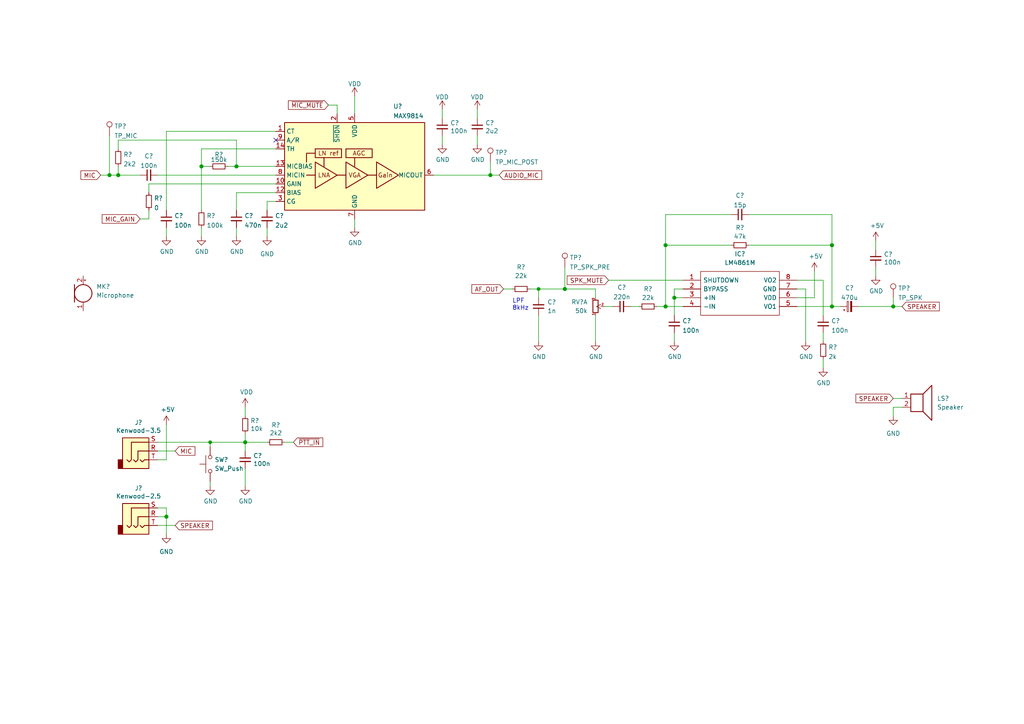
<source format=kicad_sch>
(kicad_sch (version 20211123) (generator eeschema)
  (paper "A4")
  (title_block (title "Mini17 - QRP M17 handheld") (date "2022-07-25") (rev "A") (company "M17 Project"))
  (lib_symbols
    (symbol "Amplifier_Audio:MAX9814"
      (property "Reference" "U" (at -20.32 13.97 0))
      (property "Value" "MAX9814" (at 11.43 13.97 0))
      (symbol "MAX9814_0_0"
        (rectangle (start -11.43 5.08) (end -3.81 2.54) (stroke (width 0.254)))
        (rectangle (start -2.54 5.08) (end 5.08 2.54) (stroke (width 0.254)))
        (polyline (pts (xy -11.43 -2.54) (xy -13.97 -2.54)) (stroke (width 0.254)))
        (polyline (pts (xy -8.89 2.54) (xy -8.89 0)) (stroke (width 0.254)))
        (polyline (pts (xy -2.54 -2.54) (xy -5.08 -2.54)) (stroke (width 0.254)))
        (polyline (pts (xy 0 2.54) (xy 0 0)) (stroke (width 0.254)))
        (polyline (pts (xy 3.81 -2.54) (xy 6.35 -2.54)) (stroke (width 0.254)))
        (polyline (pts (xy -11.43 3.81) (xy -13.97 3.81) (xy -13.97 1.27)) (stroke (width 0.254)))
        (polyline (pts (xy -5.08 -2.54) (xy -11.43 1.27) (xy -11.43 -6.35) (xy -5.08 -2.54)) (stroke (width 0.254)))
        (polyline (pts (xy 3.81 -2.54) (xy -2.54 1.27) (xy -2.54 -6.35) (xy 3.81 -2.54)) (stroke (width 0.254)))
        (polyline (pts (xy 12.7 -2.54) (xy 6.35 1.27) (xy 6.35 -6.35) (xy 12.7 -2.54)) (stroke (width 0.254)))
        (text "AGC" (at 1.27 3.81 0) (effects (font (size 1.27 1.27))))
        (text "Gain" (at 8.89 -2.54 0) (effects (font (size 1.27 1.27))))
        (text "LN ref" (at -7.62 3.81 0) (effects (font (size 1.27 1.27))))
        (text "LNA" (at -8.89 -2.54 0) (effects (font (size 1.27 1.27))))
        (text "VGA" (at 0 -2.54 0) (effects (font (size 1.27 1.27))))
      )
      (symbol "MAX9814_0_1"
        (rectangle (start -20.32 12.7) (end 20.32 -12.7) (stroke (width 0.254)) (fill (type background)))
      )
      (symbol "MAX9814_1_1"
        (pin input line (at -22.86 10.16 0) (length 2.54) (name "CT") (number "1"))
        (pin input line (at -22.86 -5.08 0) (length 2.54) (name "GAIN") (number "10"))
        (pin passive line (at 0 -15.24 90) (length 2.54) hide (name "GND") (number "11"))
        (pin passive line (at -22.86 -7.62 0) (length 2.54) (name "BIAS") (number "12"))
        (pin output line (at -22.86 0 0) (length 2.54) (name "MICBIAS") (number "13"))
        (pin input line (at -22.86 5.08 0) (length 2.54) (name "TH") (number "14"))
        (pin passive line (at 0 -15.24 90) (length 2.54) hide (name "GND") (number "15"))
        (pin input line (at -5.08 15.24 270) (length 2.54) (name "~{SHDN}") (number "2"))
        (pin passive line (at -22.86 -10.16 0) (length 2.54) (name "CG") (number "3"))
        (pin passive line (at 0 -15.24 90) (length 2.54) hide (name "GND") (number "4"))
        (pin power_in line (at 0 15.24 270) (length 2.54) (name "VDD") (number "5"))
        (pin output line (at 22.86 -2.54 180) (length 2.54) (name "MICOUT") (number "6"))
        (pin power_in line (at 0 -15.24 90) (length 2.54) (name "GND") (number "7"))
        (pin input line (at -22.86 -2.54 0) (length 2.54) (name "MICIN") (number "8"))
        (pin input line (at -22.86 7.62 0) (length 2.54) (name "A/R") (number "9"))
      )
    )
    (symbol "Connector:AudioJack3"
      (property "Reference" "J" (at 0 8.89 0))
      (property "Value" "AudioJack3" (at 0 6.35 0))
      (symbol "AudioJack3_0_1"
        (rectangle (start -5.08 -5.08) (end -6.35 -2.54) (stroke (width 0.254)) (fill (type outline)))
        (polyline (pts (xy 0 -2.54) (xy 0.635 -3.175) (xy 1.27 -2.54) (xy 2.54 -2.54)) (stroke (width 0.254)))
        (polyline (pts (xy -1.905 -2.54) (xy -1.27 -3.175) (xy -0.635 -2.54) (xy -0.635 0) (xy 2.54 0)) (stroke (width 0.254)))
        (polyline (pts (xy 2.54 2.54) (xy -2.54 2.54) (xy -2.54 -2.54) (xy -3.175 -3.175) (xy -3.81 -2.54)) (stroke (width 0.254)))
        (rectangle (start 2.54 3.81) (end -5.08 -5.08) (stroke (width 0.254)) (fill (type background)))
      )
      (symbol "AudioJack3_1_1"
        (pin passive line (at 5.08 0 180) (length 2.54) (name "~") (number "R"))
        (pin passive line (at 5.08 2.54 180) (length 2.54) (name "~") (number "S"))
        (pin passive line (at 5.08 -2.54 180) (length 2.54) (name "~") (number "T"))
      )
    )
    (symbol "Connector:TestPoint" (pin_numbers hide) (pin_names (offset 0.762) hide)
      (property "Reference" "TP" (at 0 6.858 0))
      (property "Value" "TestPoint" (at 0 5.08 0))
      (symbol "TestPoint_0_1"
        (circle (center 0 3.302) (radius 0.762))
      )
      (symbol "TestPoint_1_1"
        (pin passive line (at 0 0 90) (length 2.54) (name "1") (number "1"))
      )
    )
    (symbol "Device:Microphone" (pin_names (offset 0.0254) hide)
      (property "Reference" "MK" (at -3.81 1.27 0))
      (property "Value" "Microphone" (at -3.81 -0.635 0))
      (symbol "Microphone_0_1"
        (polyline (pts (xy -2.54 2.54) (xy -2.54 -2.54)) (stroke (width 0.254)))
        (polyline (pts (xy 0.254 3.81) (xy 0.762 3.81)))
        (polyline (pts (xy 0.508 4.064) (xy 0.508 3.556)))
        (circle (center 0 0) (radius 2.54) (stroke (width 0.254)))
      )
      (symbol "Microphone_1_1"
        (pin passive line (at 0 -5.08 90) (length 2.54) (name "-") (number "1"))
        (pin passive line (at 0 5.08 270) (length 2.54) (name "+") (number "2"))
      )
    )
    (symbol "Device:Speaker" (pin_names (offset 0) hide)
      (property "Reference" "LS" (at 1.27 5.715 0))
      (property "Value" "Speaker" (at 1.27 3.81 0))
      (symbol "Speaker_0_0"
        (rectangle (start -2.54 1.27) (end 1.016 -3.81) (stroke (width 0.254)))
        (polyline (pts (xy 1.016 1.27) (xy 3.556 3.81) (xy 3.556 -6.35) (xy 1.016 -3.81)) (stroke (width 0.254)))
      )
      (symbol "Speaker_1_1"
        (pin input line (at -5.08 0 0) (length 2.54) (name "1") (number "1"))
        (pin input line (at -5.08 -2.54 0) (length 2.54) (name "2") (number "2"))
      )
    )
    (symbol "Module17:LM4861MX_NOPB" (pin_names (offset 0.762))
      (property "Reference" "IC" (at 29.21 7.62 0))
      (property "Value" "LM4861MX_NOPB" (at 29.21 5.08 0))
      (symbol "LM4861MX_NOPB_0_0"
        (pin passive line (at 0 0 0) (length 5.08) (name "SHUTDOWN") (number "1"))
        (pin passive line (at 0 -2.54 0) (length 5.08) (name "BYPASS") (number "2"))
        (pin passive line (at 0 -5.08 0) (length 5.08) (name "+IN") (number "3"))
        (pin passive line (at 0 -7.62 0) (length 5.08) (name "-IN") (number "4"))
        (pin passive line (at 33.02 -7.62 180) (length 5.08) (name "VO1") (number "5"))
        (pin passive line (at 33.02 -5.08 180) (length 5.08) (name "VDD") (number "6"))
        (pin passive line (at 33.02 -2.54 180) (length 5.08) (name "GND") (number "7"))
        (pin passive line (at 33.02 0 180) (length 5.08) (name "VO2") (number "8"))
      )
      (symbol "LM4861MX_NOPB_0_1"
        (polyline (pts (xy 5.08 2.54) (xy 27.94 2.54) (xy 27.94 -10.16) (xy 5.08 -10.16) (xy 5.08 2.54)) (stroke (width 0.1524)))
      )
    )
    (symbol "R_Potentiometer_Switch_1" (pin_names (offset 1.016) hide)
      (property "Reference" "RV" (at -4.445 0 90))
      (property "Value" "R_Potentiometer_Switch_1" (at -2.54 0 90))
      (symbol "R_Potentiometer_Switch_1_0_1"
        (rectangle (start 0.762 1.778) (end -0.762 -1.8288) (stroke (width 0.254)))
      )
      (symbol "R_Potentiometer_Switch_1_1_1"
        (pin passive line (at 0 2.54 270) (length 0.635) (name "1") (number "1"))
        (pin passive clock (at 2.54 0 180) (length 0.9906) (name "2") (number "2"))
        (pin passive line (at 0 -2.54 90) (length 0.635) (name "3") (number "3"))
      )
      (symbol "R_Potentiometer_Switch_1_2_1"
        (polyline (pts (xy 0 2.54) (xy 0 0)) (stroke (width 0.1524)))
        (polyline (pts (xy 0 -3.81) (xy 0 -2.54) (xy 1.27 0)) (stroke (width 0.1524)))
        (pin input line (at 0 5.08 270) (length 2.54) (name "SW") (number "SW1"))
        (pin input line (at 0 -6.35 90) (length 2.54) (name "SW") (number "SW2"))
      )
    )
    (symbol "Switch:SW_Push" (pin_numbers hide) (pin_names (offset 1.016) hide)
      (property "Reference" "SW" (at 1.27 2.54 0))
      (property "Value" "SW_Push" (at 0 -1.524 0))
      (symbol "SW_Push_0_1"
        (circle (center -2.032 0) (radius 0.508))
        (polyline (pts (xy 0 1.27) (xy 0 3.048)))
        (polyline (pts (xy 2.54 1.27) (xy -2.54 1.27)))
        (circle (center 2.032 0) (radius 0.508))
        (pin passive line (at -5.08 0 0) (length 2.54) (name "1") (number "1"))
        (pin passive line (at 5.08 0 180) (length 2.54) (name "2") (number "2"))
      )
    )
    (symbol "pkl_device:pkl_CP_Small" (pin_numbers hide) (pin_names (offset 0.254) hide)
      (property "Reference" "C" (at 0.254 1.778 0))
      (property "Value" "pkl_CP_Small" (at 0.254 -2.032 0))
      (symbol "pkl_CP_Small_0_1"
        (rectangle (start -1.524 -0.3048) (end 1.524 -0.6858) (fill (type outline)))
        (rectangle (start -1.524 0.6858) (end 1.524 0.3048))
        (polyline (pts (xy -1.27 1.524) (xy -0.762 1.524)))
        (polyline (pts (xy -1.016 1.27) (xy -1.016 1.778)))
      )
      (symbol "pkl_CP_Small_1_1"
        (pin passive line (at 0 2.54 270) (length 1.8542) (name "~") (number "1"))
        (pin passive line (at 0 -2.54 90) (length 1.8542) (name "~") (number "2"))
      )
    )
    (symbol "pkl_device:pkl_C_Small" (pin_numbers hide) (pin_names (offset 0.254) hide)
      (property "Reference" "C" (at 0.254 1.778 0))
      (property "Value" "pkl_C_Small" (at 0.254 -2.032 0))
      (symbol "pkl_C_Small_0_1"
        (polyline (pts (xy -1.524 -0.508) (xy 1.524 -0.508)) (stroke (width 0.3302)))
        (polyline (pts (xy -1.524 0.508) (xy 1.524 0.508)) (stroke (width 0.3048)))
      )
      (symbol "pkl_C_Small_1_1"
        (pin passive line (at 0 2.54 270) (length 1.905) (name "~") (number "1"))
        (pin passive line (at 0 -2.54 90) (length 2.032) (name "~") (number "2"))
      )
    )
    (symbol "pkl_device:pkl_R_Small" (pin_numbers hide) (pin_names (offset 0.254) hide)
      (property "Reference" "R" (at 0.762 0.508 0))
      (property "Value" "pkl_R_Small" (at 0.762 -1.016 0))
      (symbol "pkl_R_Small_0_1"
        (rectangle (start -0.762 1.778) (end 0.762 -1.778) (stroke (width 0.2032)))
      )
      (symbol "pkl_R_Small_1_1"
        (pin passive line (at 0 2.54 270) (length 0.762) (name "~") (number "1"))
        (pin passive line (at 0 -2.54 90) (length 0.762) (name "~") (number "2"))
      )
    )
    (symbol "power:+5V" (power) (pin_names (offset 0))
      (property "Value" "+5V" (at 0 3.556 0))
      (symbol "+5V_0_1"
        (polyline (pts (xy -0.762 1.27) (xy 0 2.54)))
        (polyline (pts (xy 0 0) (xy 0 2.54)))
        (polyline (pts (xy 0 2.54) (xy 0.762 1.27)))
      )
      (symbol "+5V_1_1"
        (pin power_in line (at 0 0 90) (length 0) hide (name "+5V") (number "1"))
      )
    )
    (symbol "power:GND" (power) (pin_names (offset 0))
      (property "Value" "GND" (at 0 -3.81 0))
      (symbol "GND_0_1"
        (polyline (pts (xy 0 0) (xy 0 -1.27) (xy 1.27 -1.27) (xy 0 -2.54) (xy -1.27 -1.27) (xy 0 -1.27)))
      )
      (symbol "GND_1_1"
        (pin power_in line (at 0 0 270) (length 0) hide (name "GND") (number "1"))
      )
    )
    (symbol "power:VDD" (power) (pin_names (offset 0))
      (property "Value" "VDD" (at 0 3.81 0))
      (symbol "VDD_0_1"
        (polyline (pts (xy -0.762 1.27) (xy 0 2.54)))
        (polyline (pts (xy 0 0) (xy 0 2.54)))
        (polyline (pts (xy 0 2.54) (xy 0.762 1.27)))
      )
      (symbol "VDD_1_1"
        (pin power_in line (at 0 0 90) (length 0) hide (name "VDD") (number "1"))
      )
    )
  )
  (junction (at 48.26 149.86) (diameter 1.016))
  (junction (at 31.75 50.8) (diameter 1.016))
  (junction (at 71.12 128.27) (diameter 1.016))
  (junction (at 241.3 88.9) (diameter 1.016))
  (junction (at 241.3 71.12) (diameter 1.016))
  (junction (at 60.96 128.27))
  (junction (at 259.08 88.9) (diameter 1.016))
  (junction (at 156.21 83.82))
  (junction (at 193.04 88.9) (diameter 1.016))
  (junction (at 163.83 83.82) (diameter 1.016))
  (junction (at 34.29 50.8) (diameter 1.016))
  (junction (at 58.42 48.26) (diameter 1.016))
  (junction (at 193.04 71.12) (diameter 1.016))
  (junction (at 142.24 50.8) (diameter 1.016))
  (junction (at 68.58 48.26) (diameter 1.016))
  (junction (at 195.58 86.36) (diameter 1.016))
  (no_connect (at 80.01 40.64))
  (wire (pts (xy 71.12 118.11) (xy 71.12 120.65)))
  (wire (pts (xy 193.04 71.12) (xy 193.04 88.9)))
  (wire (pts (xy 195.58 96.52) (xy 195.58 99.06)))
  (wire (pts (xy 58.42 66.04) (xy 58.42 68.58)))
  (wire (pts (xy 48.26 149.86) (xy 48.26 154.94)))
  (wire (pts (xy 31.75 50.8) (xy 34.29 50.8)))
  (wire (pts (xy 172.72 91.44) (xy 172.72 99.06)))
  (wire (pts (xy 58.42 48.26) (xy 58.42 60.96)))
  (wire (pts (xy 146.05 83.82) (xy 148.59 83.82)))
  (wire (pts (xy 259.08 120.65) (xy 259.08 118.11)))
  (wire (pts (xy 43.18 60.96) (xy 43.18 63.5)))
  (wire (pts (xy 259.08 115.57) (xy 261.62 115.57)))
  (wire (pts (xy 231.14 88.9) (xy 241.3 88.9)))
  (wire (pts (xy 34.29 40.64) (xy 34.29 43.18)))
  (wire (pts (xy 231.14 81.28) (xy 238.76 81.28)))
  (wire (pts (xy 34.29 48.26) (xy 34.29 50.8)))
  (wire (pts (xy 102.87 27.94) (xy 102.87 33.02)))
  (wire (pts (xy 45.72 147.32) (xy 48.26 147.32)))
  (wire (pts (xy 190.5 88.9) (xy 193.04 88.9)))
  (wire (pts (xy 128.27 39.37) (xy 128.27 41.91)))
  (wire (pts (xy 80.01 58.42) (xy 77.47 58.42)))
  (wire (pts (xy 31.75 39.37) (xy 31.75 50.8)))
  (wire (pts (xy 254 69.85) (xy 254 72.39)))
  (wire (pts (xy 142.24 50.8) (xy 142.24 46.99)))
  (wire (pts (xy 138.43 31.75) (xy 138.43 34.29)))
  (wire (pts (xy 241.3 62.23) (xy 241.3 71.12)))
  (wire (pts (xy 80.01 38.1) (xy 48.26 38.1)))
  (wire (pts (xy 238.76 96.52) (xy 238.76 99.06)))
  (wire (pts (xy 71.12 135.89) (xy 71.12 140.97)))
  (wire (pts (xy 102.87 63.5) (xy 102.87 66.04)))
  (wire (pts (xy 163.83 77.47) (xy 163.83 83.82)))
  (wire (pts (xy 261.62 88.9) (xy 259.08 88.9)))
  (wire (pts (xy 248.92 88.9) (xy 259.08 88.9)))
  (wire (pts (xy 156.21 91.44) (xy 156.21 99.06)))
  (wire (pts (xy 125.73 50.8) (xy 142.24 50.8)))
  (wire (pts (xy 195.58 83.82) (xy 198.12 83.82)))
  (wire (pts (xy 45.72 128.27) (xy 60.96 128.27)))
  (wire (pts (xy 176.53 81.28) (xy 198.12 81.28)))
  (wire (pts (xy 45.72 50.8) (xy 80.01 50.8)))
  (wire (pts (xy 29.21 50.8) (xy 31.75 50.8)))
  (wire (pts (xy 40.64 63.5) (xy 43.18 63.5)))
  (wire (pts (xy 195.58 86.36) (xy 195.58 83.82)))
  (wire (pts (xy 97.79 33.02) (xy 97.79 30.48)))
  (wire (pts (xy 198.12 86.36) (xy 195.58 86.36)))
  (wire (pts (xy 238.76 104.14) (xy 238.76 106.68)))
  (wire (pts (xy 43.18 53.34) (xy 43.18 55.88)))
  (wire (pts (xy 71.12 128.27) (xy 77.47 128.27)))
  (wire (pts (xy 60.96 128.27) (xy 60.96 129.54)))
  (wire (pts (xy 45.72 149.86) (xy 48.26 149.86)))
  (wire (pts (xy 156.21 83.82) (xy 163.83 83.82)))
  (wire (pts (xy 45.72 130.81) (xy 50.8 130.81)))
  (wire (pts (xy 77.47 66.04) (xy 77.47 68.58)))
  (wire (pts (xy 80.01 55.88) (xy 68.58 55.88)))
  (wire (pts (xy 48.26 147.32) (xy 48.26 149.86)))
  (wire (pts (xy 71.12 128.27) (xy 71.12 130.81)))
  (wire (pts (xy 71.12 125.73) (xy 71.12 128.27)))
  (wire (pts (xy 172.72 86.36) (xy 172.72 83.82)))
  (wire (pts (xy 66.04 48.26) (xy 68.58 48.26)))
  (wire (pts (xy 144.78 50.8) (xy 142.24 50.8)))
  (wire (pts (xy 68.58 48.26) (xy 68.58 40.64)))
  (wire (pts (xy 82.55 128.27) (xy 85.09 128.27)))
  (wire (pts (xy 58.42 43.18) (xy 58.42 48.26)))
  (wire (pts (xy 58.42 48.26) (xy 60.96 48.26)))
  (wire (pts (xy 48.26 133.35) (xy 48.26 123.19)))
  (wire (pts (xy 50.8 152.4) (xy 45.72 152.4)))
  (wire (pts (xy 163.83 83.82) (xy 172.72 83.82)))
  (wire (pts (xy 193.04 88.9) (xy 198.12 88.9)))
  (wire (pts (xy 156.21 83.82) (xy 156.21 86.36)))
  (wire (pts (xy 68.58 55.88) (xy 68.58 60.96)))
  (wire (pts (xy 175.26 88.9) (xy 177.8 88.9)))
  (wire (pts (xy 231.14 86.36) (xy 236.22 86.36)))
  (wire (pts (xy 241.3 88.9) (xy 243.84 88.9)))
  (wire (pts (xy 195.58 86.36) (xy 195.58 91.44)))
  (wire (pts (xy 45.72 133.35) (xy 48.26 133.35)))
  (wire (pts (xy 80.01 43.18) (xy 58.42 43.18)))
  (wire (pts (xy 217.17 62.23) (xy 241.3 62.23)))
  (wire (pts (xy 48.26 66.04) (xy 48.26 68.58)))
  (wire (pts (xy 77.47 58.42) (xy 77.47 60.96)))
  (wire (pts (xy 193.04 62.23) (xy 193.04 71.12)))
  (wire (pts (xy 34.29 50.8) (xy 40.64 50.8)))
  (wire (pts (xy 254 77.47) (xy 254 80.01)))
  (wire (pts (xy 193.04 62.23) (xy 212.09 62.23)))
  (wire (pts (xy 34.29 40.64) (xy 68.58 40.64)))
  (wire (pts (xy 182.88 88.9) (xy 185.42 88.9)))
  (wire (pts (xy 236.22 78.74) (xy 236.22 86.36)))
  (wire (pts (xy 231.14 83.82) (xy 233.68 83.82)))
  (wire (pts (xy 153.67 83.82) (xy 156.21 83.82)))
  (wire (pts (xy 259.08 88.9) (xy 259.08 86.36)))
  (wire (pts (xy 95.25 30.48) (xy 97.79 30.48)))
  (wire (pts (xy 60.96 128.27) (xy 71.12 128.27)))
  (wire (pts (xy 43.18 53.34) (xy 80.01 53.34)))
  (wire (pts (xy 193.04 71.12) (xy 212.09 71.12)))
  (wire (pts (xy 241.3 71.12) (xy 241.3 88.9)))
  (wire (pts (xy 68.58 48.26) (xy 80.01 48.26)))
  (wire (pts (xy 48.26 38.1) (xy 48.26 60.96)))
  (wire (pts (xy 217.17 71.12) (xy 241.3 71.12)))
  (wire (pts (xy 233.68 83.82) (xy 233.68 99.06)))
  (wire (pts (xy 68.58 66.04) (xy 68.58 68.58)))
  (wire (pts (xy 259.08 118.11) (xy 261.62 118.11)))
  (wire (pts (xy 60.96 139.7) (xy 60.96 140.97)))
  (wire (pts (xy 128.27 31.75) (xy 128.27 34.29)))
  (wire (pts (xy 138.43 39.37) (xy 138.43 41.91)))
  (wire (pts (xy 238.76 81.28) (xy 238.76 91.44)))
  (text "LPF\n8kHz" (at 148.59 90.17 0) (effects (font (size 1.27 1.27)) (justify left bottom)))
  (global_label "MIC_GAIN" (shape input) (at 40.64 63.5 180) (property "Intersheet References" "${INTERSHEET_REFS}" (effects hide)))
  (global_label "MIC" (shape input) (at 50.8 130.81 0) (property "Intersheet References" "${INTERSHEET_REFS}" (effects hide)))
  (global_label "SPK_MUTE" (shape input) (at 176.53 81.28 180) (property "Intersheet References" "${INTERSHEET_REFS}" (effects hide)))
  (global_label "SPEAKER" (shape input) (at 50.8 152.4 0) (property "Intersheet References" "${INTERSHEET_REFS}" (effects hide)))
  (global_label "MIC" (shape input) (at 29.21 50.8 180) (property "Intersheet References" "${INTERSHEET_REFS}" (effects hide)))
  (global_label "~{MIC_MUTE}" (shape input) (at 95.25 30.48 180) (property "Intersheet References" "${INTERSHEET_REFS}" (effects hide)))
  (global_label "AUDIO_MIC" (shape input) (at 144.78 50.8 0) (property "Intersheet References" "${INTERSHEET_REFS}" (effects hide)))
  (global_label "AF_OUT" (shape input) (at 146.05 83.82 180) (property "Intersheet References" "${INTERSHEET_REFS}" (effects hide)))
  (global_label "SPEAKER" (shape input) (at 261.62 88.9 0) (property "Intersheet References" "${INTERSHEET_REFS}" (effects hide)))
  (global_label "SPEAKER" (shape input) (at 259.08 115.57 180) (property "Intersheet References" "${INTERSHEET_REFS}" (effects hide)))
  (global_label "~{PTT_IN}" (shape input) (at 85.09 128.27 0) (property "Intersheet References" "${INTERSHEET_REFS}" (effects hide)))
  (symbol (lib_id "pkl_device:pkl_R_Small") (at 214.63 71.12 90) (unit 1)
    (property "Reference" "R?" (at 214.63 66.04 90))
    (property "Value" "47k" (at 214.63 68.58 90))
    (property "Footprint" "pkl_dipol:R_0603" (effects hide))
  )
  (symbol (lib_id "power:GND") (at 77.47 68.58 0) (unit 1)
    (property "Reference" "#PWR?" (effects hide))
    (property "Value" "GND" (at 77.47 73.66 0))
  )
  (symbol (lib_id "pkl_device:pkl_C_Small") (at 238.76 93.98 0) (unit 1)
    (property "Reference" "C?" (at 241.0842 93.0715 0) (effects (justify left)))
    (property "Value" "100n" (at 241.0842 95.8466 0) (effects (justify left)))
    (property "Footprint" "pkl_dipol:C_0603" (effects hide))
  )
  (symbol (lib_id "pkl_device:pkl_C_Small") (at 156.21 88.9 180) (unit 1)
    (property "Reference" "C?" (at 158.75 87.6235 0) (effects (justify right)))
    (property "Value" "1n" (at 158.75 90.1635 0) (effects (justify right)))
    (property "Footprint" "pkl_dipol:C_0603" (effects hide))
  )
  (symbol (lib_id "pkl_device:pkl_C_Small") (at 195.58 93.98 0) (unit 1)
    (property "Reference" "C?" (at 197.9042 93.0715 0) (effects (justify left)))
    (property "Value" "100n" (at 197.9042 95.8466 0) (effects (justify left)))
    (property "Footprint" "pkl_dipol:C_0603" (effects hide))
  )
  (symbol (lib_id "pkl_device:pkl_R_Small") (at 187.96 88.9 90) (unit 1)
    (property "Reference" "R?" (at 187.96 83.82 90))
    (property "Value" "22k" (at 187.96 86.36 90))
    (property "Footprint" "pkl_dipol:R_0603" (effects hide))
  )
  (symbol (lib_id "power:+5V") (at 254 69.85 0) (unit 1)
    (property "Reference" "#PWR?" (effects hide))
    (property "Value" "+5V" (at 254.381 65.4558 0))
  )
  (symbol (lib_id "pkl_device:pkl_C_Small") (at 138.43 36.83 0) (unit 1)
    (property "Reference" "C?" (at 140.7668 35.6616 0) (effects (justify left)))
    (property "Value" "2u2" (at 140.7668 37.973 0) (effects (justify left)))
    (property "Footprint" "pkl_dipol:C_0603" (effects hide))
  )
  (symbol (lib_id "power:GND") (at 102.87 66.04 0) (unit 1)
    (property "Reference" "#PWR?" (effects hide))
    (property "Value" "GND" (at 102.997 70.4342 0))
  )
  (symbol (lib_id "pkl_device:pkl_C_Small") (at 180.34 88.9 90) (unit 1)
    (property "Reference" "C?" (at 180.34 83.3713 90))
    (property "Value" "220n" (at 180.34 86.1464 90))
    (property "Footprint" "pkl_dipol:C_0603" (effects hide))
  )
  (symbol (lib_id "Switch:SW_Push") (at 60.96 134.62 90) (unit 1)
    (property "Reference" "SW?" (at 62.23 133.3499 90) (effects (justify right)))
    (property "Value" "SW_Push" (at 62.23 135.8899 90) (effects (justify right)))
  )
  (symbol (lib_id "pkl_device:pkl_C_Small") (at 254 74.93 0) (unit 1)
    (property "Reference" "C?" (at 256.3368 73.7616 0) (effects (justify left)))
    (property "Value" "100n" (at 256.3368 76.073 0) (effects (justify left)))
    (property "Footprint" "pkl_dipol:C_0603" (effects hide))
  )
  (symbol (lib_id "pkl_device:pkl_C_Small") (at 214.63 62.23 90) (unit 1)
    (property "Reference" "C?" (at 214.63 56.7013 90))
    (property "Value" "15p" (at 214.63 59.4764 90))
    (property "Footprint" "pkl_dipol:C_0603" (effects hide))
  )
  (symbol (lib_id "Amplifier_Audio:MAX9814") (at 102.87 48.26 0) (unit 1)
    (property "Reference" "U?" (at 114.0461 30.8415 0) (effects (justify left)))
    (property "Value" "MAX9814" (at 114.0461 33.6166 0) (effects (justify left)))
    (property "Footprint" "Package_DFN_QFN:DFN-14-1EP_3x3mm_P0.4mm_EP1.78x2.35mm" (effects hide))
    (property "Datasheet" "https://datasheets.maximintegrated.com/en/ds/MAX9814.pdf" (effects hide))
  )
  (symbol (lib_id "power:VDD") (at 128.27 31.75 0) (unit 1)
    (property "Reference" "#PWR?" (effects hide))
    (property "Value" "VDD" (at 128.27 28.1454 0))
  )
  (symbol (lib_id "pkl_device:pkl_C_Small") (at 71.12 133.35 0) (unit 1)
    (property "Reference" "C?" (at 73.4568 132.1816 0) (effects (justify left)))
    (property "Value" "100n" (at 73.4568 134.493 0) (effects (justify left)))
    (property "Footprint" "pkl_dipol:C_0603" (effects hide))
  )
  (symbol (lib_id "Connector:AudioJack3") (at 40.64 149.86 0) (unit 1)
    (property "Reference" "J?" (at 40.1828 141.605 0))
    (property "Value" "Kenwood-2.5" (at 40.1828 143.9164 0))
    (property "Footprint" "M17-SmartMic:PJ-211A" (effects hide))
    (property "Datasheet" "SJ1-2503A" (effects hide))
  )
  (symbol (lib_name "R_Potentiometer_Switch_1") (lib_id "M17-SmartMic:R_Potentiometer_Switch") (at 172.72 88.9 0) (mirror x) (unit 1)
    (property "Reference" "RV?" (at 170.434 87.6045 0) (effects (justify right)))
    (property "Value" "50k" (at 170.434 90.1445 0) (effects (justify right)))
    (property "Footprint" "M17-SmartMic:PTR901" (effects hide))
  )
  (symbol (lib_id "power:GND") (at 60.96 140.97 0) (unit 1)
    (property "Reference" "#PWR?" (effects hide))
    (property "Value" "GND" (at 61.087 145.3642 0))
  )
  (symbol (lib_id "power:GND") (at 68.58 68.58 0) (unit 1)
    (property "Reference" "#PWR?" (effects hide))
    (property "Value" "GND" (at 68.707 72.9742 0))
  )
  (symbol (lib_id "pkl_device:pkl_R_Small") (at 151.13 83.82 90) (unit 1)
    (property "Reference" "R?" (at 151.13 77.47 90))
    (property "Value" "22k" (at 151.13 80.01 90))
    (property "Footprint" "pkl_dipol:R_0603" (effects hide))
  )
  (symbol (lib_id "pkl_device:pkl_C_Small") (at 43.18 50.8 90) (unit 1)
    (property "Reference" "C?" (at 43.18 45.2713 90))
    (property "Value" "100n" (at 43.18 48.0464 90))
    (property "Footprint" "pkl_dipol:C_0603" (effects hide))
  )
  (symbol (lib_id "Connector:AudioJack3") (at 40.64 130.81 0) (unit 1)
    (property "Reference" "J?" (at 40.1828 122.555 0))
    (property "Value" "Kenwood-3.5" (at 40.1828 124.8664 0))
    (property "Footprint" "M17-SmartMic:PJ-3136-B" (effects hide))
  )
  (symbol (lib_id "Device:Speaker") (at 266.7 115.57 0) (unit 1)
    (property "Reference" "LS?" (at 271.78 115.5699 0) (effects (justify left)))
    (property "Value" "Speaker" (at 271.78 118.1099 0) (effects (justify left)))
  )
  (symbol (lib_id "power:GND") (at 48.26 154.94 0) (unit 1)
    (property "Reference" "#PWR?" (effects hide))
    (property "Value" "GND" (at 48.26 160.02 0))
  )
  (symbol (lib_id "power:GND") (at 195.58 99.06 0) (unit 1)
    (property "Reference" "#PWR?" (effects hide))
    (property "Value" "GND" (at 195.707 103.4542 0))
  )
  (symbol (lib_id "pkl_device:pkl_C_Small") (at 77.47 63.5 0) (unit 1)
    (property "Reference" "C?" (at 79.7942 62.5915 0) (effects (justify left)))
    (property "Value" "2u2" (at 79.7942 65.3666 0) (effects (justify left)))
    (property "Footprint" "pkl_dipol:C_0603" (effects hide))
  )
  (symbol (lib_id "power:VDD") (at 138.43 31.75 0) (unit 1)
    (property "Reference" "#PWR?" (effects hide))
    (property "Value" "VDD" (at 138.43 28.1454 0))
  )
  (symbol (lib_id "power:+5V") (at 48.26 123.19 0) (unit 1)
    (property "Reference" "#PWR?" (effects hide))
    (property "Value" "+5V" (at 48.641 118.7958 0))
  )
  (symbol (lib_id "pkl_device:pkl_R_Small") (at 63.5 48.26 90) (unit 1)
    (property "Reference" "R?" (at 63.5 44.8268 90))
    (property "Value" "150k" (at 63.5 46.3319 90))
    (property "Footprint" "pkl_dipol:R_0603" (effects hide))
  )
  (symbol (lib_id "power:+5V") (at 236.22 78.74 0) (unit 1)
    (property "Reference" "#PWR?" (effects hide))
    (property "Value" "+5V" (at 236.601 74.3458 0))
  )
  (symbol (lib_id "power:GND") (at 259.08 120.65 0) (unit 1)
    (property "Reference" "#PWR?" (effects hide))
    (property "Value" "GND" (at 259.08 125.73 0))
  )
  (symbol (lib_id "power:GND") (at 238.76 106.68 0) (unit 1)
    (property "Reference" "#PWR?" (effects hide))
    (property "Value" "GND" (at 238.887 111.0742 0))
  )
  (symbol (lib_id "power:GND") (at 128.27 41.91 0) (unit 1)
    (property "Reference" "#PWR?" (effects hide))
    (property "Value" "GND" (at 128.397 46.3042 0))
  )
  (symbol (lib_id "power:VDD") (at 71.12 118.11 0) (unit 1)
    (property "Reference" "#PWR?" (effects hide))
    (property "Value" "VDD" (at 71.501 113.7158 0))
  )
  (symbol (lib_id "Connector:TestPoint") (at 163.83 77.47 0) (unit 1)
    (property "Reference" "TP?" (at 165.2271 74.72 0) (effects (justify left)))
    (property "Value" "TP_SPK_PRE" (at 165.2271 77.4951 0) (effects (justify left)))
    (property "Footprint" "TestPoint:TestPoint_Pad_D1.0mm" (effects hide))
  )
  (symbol (lib_id "pkl_device:pkl_R_Small") (at 58.42 63.5 0) (unit 1)
    (property "Reference" "R?" (at 59.9187 62.5915 0) (effects (justify left)))
    (property "Value" "100k" (at 59.9187 65.3666 0) (effects (justify left)))
    (property "Footprint" "pkl_dipol:R_0603" (effects hide))
  )
  (symbol (lib_id "power:GND") (at 172.72 99.06 0) (unit 1)
    (property "Reference" "#PWR?" (effects hide))
    (property "Value" "GND" (at 172.847 103.4542 0))
  )
  (symbol (lib_id "power:GND") (at 58.42 68.58 0) (unit 1)
    (property "Reference" "#PWR?" (effects hide))
    (property "Value" "GND" (at 58.547 72.9742 0))
  )
  (symbol (lib_id "pkl_device:pkl_C_Small") (at 68.58 63.5 0) (unit 1)
    (property "Reference" "C?" (at 70.9042 62.5915 0) (effects (justify left)))
    (property "Value" "470n" (at 70.9042 65.3666 0) (effects (justify left)))
    (property "Footprint" "pkl_dipol:C_0603" (effects hide))
  )
  (symbol (lib_id "pkl_device:pkl_CP_Small") (at 246.38 88.9 90) (unit 1)
    (property "Reference" "C?" (at 246.38 83.5364 90))
    (property "Value" "470u" (at 246.38 86.3115 90))
    (property "Footprint" "Capacitor_SMD:CP_Elec_6.3x7.7" (effects hide))
  )
  (symbol (lib_id "pkl_device:pkl_R_Small") (at 34.29 45.72 0) (unit 1)
    (property "Reference" "R?" (at 35.7887 44.8115 0) (effects (justify left)))
    (property "Value" "2k2" (at 35.7887 47.5866 0) (effects (justify left)))
    (property "Footprint" "pkl_dipol:R_0603" (effects hide))
  )
  (symbol (lib_id "power:GND") (at 71.12 140.97 0) (unit 1)
    (property "Reference" "#PWR?" (effects hide))
    (property "Value" "GND" (at 71.247 145.3642 0))
  )
  (symbol (lib_id "Connector:TestPoint") (at 31.75 39.37 0) (unit 1)
    (property "Reference" "TP?" (at 33.1471 36.62 0) (effects (justify left)))
    (property "Value" "TP_MIC" (at 33.1471 39.3951 0) (effects (justify left)))
    (property "Footprint" "TestPoint:TestPoint_Pad_D1.0mm" (effects hide))
  )
  (symbol (lib_id "Module17:LM4861MX_NOPB") (at 198.12 81.28 0) (unit 1)
    (property "Reference" "IC?" (at 214.63 73.66 0))
    (property "Value" "LM4861M" (at 214.63 76.2 0))
    (property "Footprint" "Package_SO:SOIC-8_3.9x4.9mm_P1.27mm" (effects hide))
    (property "Datasheet" "https://www.ti.com/lit/gpn/LM4861" (effects hide))
    (property "Description" "TEXAS INSTRUMENTS - LM4861MX/NOPB - Audio Power Amplifier, 1.1 W, AB, 1 Channel, 2V to 5.5V, SOIC, 8 Pins" (effects hide))
    (property "Height" "1.75" (effects hide))
    (property "Mouser Part Number" "926-LM4861MX/NOPB" (effects hide))
    (property "Mouser Price/Stock" "https://www.mouser.co.uk/ProductDetail/Texas-Instruments/LM4861MX-NOPB?qs=QbsRYf82W3FxTp8pKIvxnw%3D%3D" (effects hide))
    (property "Manufacturer_Name" "Texas Instruments" (effects hide))
    (property "Manufacturer_Part_Number" "LM4861MX/NOPB" (effects hide))
  )
  (symbol (lib_id "Device:Microphone") (at 24.13 85.09 0) (unit 1)
    (property "Reference" "MK?" (at 27.94 83.1214 0) (effects (justify left)))
    (property "Value" "Microphone" (at 27.94 85.6614 0) (effects (justify left)))
  )
  (symbol (lib_id "pkl_device:pkl_R_Small") (at 43.18 58.42 0) (unit 1)
    (property "Reference" "R?" (at 44.6787 57.5115 0) (effects (justify left)))
    (property "Value" "0" (at 44.6787 60.2866 0) (effects (justify left)))
    (property "Footprint" "pkl_dipol:R_0603" (effects hide))
  )
  (symbol (lib_id "power:GND") (at 233.68 99.06 0) (unit 1)
    (property "Reference" "#PWR?" (effects hide))
    (property "Value" "GND" (at 233.807 103.4542 0))
  )
  (symbol (lib_id "pkl_device:pkl_R_Small") (at 71.12 123.19 0) (unit 1)
    (property "Reference" "R?" (at 72.6186 122.0216 0) (effects (justify left)))
    (property "Value" "10k" (at 72.6186 124.333 0) (effects (justify left)))
    (property "Footprint" "pkl_dipol:R_0603" (effects hide))
  )
  (symbol (lib_id "Connector:TestPoint") (at 259.08 86.36 0) (unit 1)
    (property "Reference" "TP?" (at 260.4771 83.61 0) (effects (justify left)))
    (property "Value" "TP_SPK" (at 260.4771 86.3851 0) (effects (justify left)))
    (property "Footprint" "TestPoint:TestPoint_Pad_D1.0mm" (effects hide))
  )
  (symbol (lib_id "power:GND") (at 156.21 99.06 0) (unit 1)
    (property "Reference" "#PWR?" (effects hide))
    (property "Value" "GND" (at 156.337 103.4542 0))
  )
  (symbol (lib_id "power:VDD") (at 102.87 27.94 0) (unit 1)
    (property "Reference" "#PWR?" (effects hide))
    (property "Value" "VDD" (at 102.87 24.3354 0))
  )
  (symbol (lib_id "power:GND") (at 138.43 41.91 0) (unit 1)
    (property "Reference" "#PWR?" (effects hide))
    (property "Value" "GND" (at 138.557 46.3042 0))
  )
  (symbol (lib_id "Connector:TestPoint") (at 142.24 46.99 0) (unit 1)
    (property "Reference" "TP?" (at 143.6371 44.24 0) (effects (justify left)))
    (property "Value" "TP_MIC_POST" (at 143.6371 47.0151 0) (effects (justify left)))
    (property "Footprint" "TestPoint:TestPoint_Pad_D1.0mm" (effects hide))
  )
  (symbol (lib_id "pkl_device:pkl_C_Small") (at 48.26 63.5 0) (unit 1)
    (property "Reference" "C?" (at 50.5842 62.5915 0) (effects (justify left)))
    (property "Value" "100n" (at 50.5842 65.3666 0) (effects (justify left)))
    (property "Footprint" "pkl_dipol:C_0603" (effects hide))
  )
  (symbol (lib_id "pkl_device:pkl_R_Small") (at 80.01 128.27 270) (unit 1)
    (property "Reference" "R?" (at 80.01 123.2916 90))
    (property "Value" "2k2" (at 80.01 125.603 90))
    (property "Footprint" "pkl_dipol:R_0603" (effects hide))
  )
  (symbol (lib_id "pkl_device:pkl_R_Small") (at 238.76 101.6 0) (unit 1)
    (property "Reference" "R?" (at 240.2587 100.6915 0) (effects (justify left)))
    (property "Value" "2k" (at 240.2587 103.4666 0) (effects (justify left)))
    (property "Footprint" "pkl_dipol:R_0603" (effects hide))
  )
  (symbol (lib_id "power:GND") (at 48.26 68.58 0) (unit 1)
    (property "Reference" "#PWR?" (effects hide))
    (property "Value" "GND" (at 48.387 72.9742 0))
  )
  (symbol (lib_id "pkl_device:pkl_C_Small") (at 128.27 36.83 0) (unit 1)
    (property "Reference" "C?" (at 130.6068 35.6616 0) (effects (justify left)))
    (property "Value" "100n" (at 130.6068 37.973 0) (effects (justify left)))
    (property "Footprint" "pkl_dipol:C_0603" (effects hide))
  )
  (symbol (lib_id "power:GND") (at 254 80.01 0) (unit 1)
    (property "Reference" "#PWR?" (effects hide))
    (property "Value" "GND" (at 254.127 84.4042 0))
  )
)
</source>
